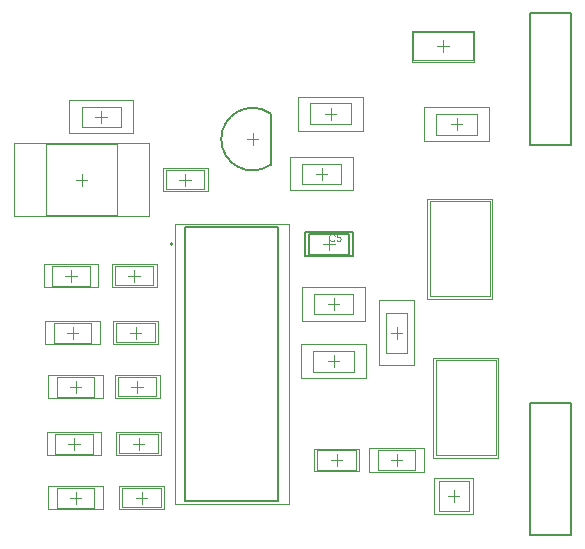
<source format=gbp>
G04*
G04 #@! TF.GenerationSoftware,Altium Limited,Altium Designer,19.1.8 (144)*
G04*
G04 Layer_Color=128*
%FSLAX25Y25*%
%MOIN*%
G70*
G01*
G75*
%ADD11C,0.00787*%
%ADD12C,0.00500*%
%ADD15C,0.00394*%
%ADD16C,0.00197*%
G36*
X111249Y104800D02*
X111281Y104796D01*
X111321Y104793D01*
X111361Y104789D01*
X111409Y104778D01*
X111507Y104756D01*
X111616Y104724D01*
X111671Y104702D01*
X111722Y104676D01*
X111773Y104643D01*
X111824Y104611D01*
X111827Y104607D01*
X111835Y104603D01*
X111849Y104593D01*
X111867Y104574D01*
X111885Y104556D01*
X111911Y104531D01*
X111936Y104501D01*
X111966Y104472D01*
X111995Y104436D01*
X112024Y104392D01*
X112057Y104349D01*
X112086Y104301D01*
X112111Y104247D01*
X112140Y104192D01*
X112162Y104134D01*
X112184Y104068D01*
X111856Y103992D01*
Y103996D01*
X111853Y104003D01*
X111845Y104017D01*
X111838Y104036D01*
X111831Y104057D01*
X111820Y104087D01*
X111791Y104145D01*
X111754Y104210D01*
X111711Y104276D01*
X111656Y104338D01*
X111598Y104392D01*
X111591Y104400D01*
X111569Y104414D01*
X111532Y104432D01*
X111485Y104458D01*
X111423Y104480D01*
X111354Y104501D01*
X111270Y104516D01*
X111179Y104520D01*
X111150D01*
X111132Y104516D01*
X111107D01*
X111077Y104512D01*
X111008Y104501D01*
X110932Y104487D01*
X110852Y104462D01*
X110768Y104425D01*
X110692Y104378D01*
X110688D01*
X110684Y104370D01*
X110659Y104352D01*
X110626Y104323D01*
X110586Y104279D01*
X110539Y104225D01*
X110495Y104163D01*
X110455Y104087D01*
X110419Y104003D01*
Y103999D01*
X110415Y103992D01*
X110411Y103981D01*
X110408Y103963D01*
X110400Y103941D01*
X110393Y103916D01*
X110382Y103854D01*
X110368Y103781D01*
X110353Y103701D01*
X110346Y103613D01*
X110342Y103519D01*
Y103515D01*
Y103504D01*
Y103486D01*
Y103464D01*
X110346Y103439D01*
Y103406D01*
X110349Y103369D01*
X110353Y103329D01*
X110364Y103242D01*
X110382Y103147D01*
X110404Y103053D01*
X110433Y102958D01*
Y102954D01*
X110437Y102947D01*
X110444Y102936D01*
X110451Y102918D01*
X110473Y102874D01*
X110506Y102823D01*
X110546Y102765D01*
X110597Y102703D01*
X110655Y102649D01*
X110724Y102598D01*
X110728D01*
X110735Y102594D01*
X110746Y102587D01*
X110761Y102580D01*
X110779Y102572D01*
X110801Y102561D01*
X110852Y102540D01*
X110917Y102518D01*
X110990Y102499D01*
X111070Y102485D01*
X111154Y102481D01*
X111179D01*
X111201Y102485D01*
X111227D01*
X111252Y102489D01*
X111318Y102503D01*
X111394Y102521D01*
X111470Y102550D01*
X111551Y102591D01*
X111591Y102612D01*
X111627Y102641D01*
X111631Y102645D01*
X111634Y102649D01*
X111645Y102660D01*
X111660Y102671D01*
X111674Y102689D01*
X111693Y102711D01*
X111714Y102733D01*
X111733Y102762D01*
X111754Y102794D01*
X111780Y102831D01*
X111802Y102867D01*
X111824Y102911D01*
X111842Y102958D01*
X111860Y103009D01*
X111878Y103064D01*
X111893Y103122D01*
X112228Y103038D01*
Y103035D01*
X112224Y103020D01*
X112217Y102998D01*
X112206Y102969D01*
X112195Y102936D01*
X112180Y102896D01*
X112162Y102853D01*
X112140Y102805D01*
X112089Y102703D01*
X112024Y102601D01*
X111984Y102550D01*
X111944Y102499D01*
X111900Y102456D01*
X111849Y102412D01*
X111845Y102409D01*
X111838Y102401D01*
X111820Y102394D01*
X111802Y102379D01*
X111773Y102361D01*
X111743Y102343D01*
X111704Y102325D01*
X111663Y102307D01*
X111616Y102285D01*
X111565Y102267D01*
X111511Y102248D01*
X111452Y102230D01*
X111390Y102216D01*
X111325Y102208D01*
X111256Y102201D01*
X111183Y102197D01*
X111143D01*
X111114Y102201D01*
X111081D01*
X111041Y102205D01*
X110997Y102212D01*
X110946Y102219D01*
X110841Y102237D01*
X110732Y102267D01*
X110622Y102307D01*
X110571Y102332D01*
X110521Y102361D01*
X110517Y102365D01*
X110510Y102368D01*
X110495Y102379D01*
X110480Y102394D01*
X110459Y102409D01*
X110433Y102430D01*
X110404Y102456D01*
X110375Y102485D01*
X110346Y102518D01*
X110313Y102550D01*
X110248Y102634D01*
X110186Y102733D01*
X110131Y102842D01*
Y102845D01*
X110124Y102856D01*
X110120Y102874D01*
X110109Y102896D01*
X110102Y102925D01*
X110091Y102962D01*
X110076Y103002D01*
X110065Y103045D01*
X110055Y103093D01*
X110040Y103147D01*
X110022Y103260D01*
X110007Y103388D01*
X110000Y103519D01*
Y103522D01*
Y103537D01*
Y103559D01*
X110004Y103584D01*
Y103621D01*
X110007Y103657D01*
X110011Y103704D01*
X110018Y103752D01*
X110036Y103857D01*
X110062Y103974D01*
X110098Y104090D01*
X110149Y104203D01*
X110153Y104207D01*
X110157Y104218D01*
X110164Y104232D01*
X110178Y104250D01*
X110193Y104276D01*
X110211Y104305D01*
X110258Y104370D01*
X110320Y104443D01*
X110393Y104516D01*
X110477Y104589D01*
X110575Y104651D01*
X110579Y104654D01*
X110590Y104658D01*
X110604Y104665D01*
X110622Y104676D01*
X110652Y104687D01*
X110681Y104698D01*
X110717Y104713D01*
X110757Y104727D01*
X110801Y104742D01*
X110848Y104756D01*
X110950Y104778D01*
X111066Y104796D01*
X111187Y104804D01*
X111223D01*
X111249Y104800D01*
D02*
G37*
G36*
X114062Y104432D02*
X113054D01*
X112919Y103752D01*
X112923Y103755D01*
X112930Y103759D01*
X112941Y103766D01*
X112959Y103777D01*
X112981Y103788D01*
X113007Y103803D01*
X113065Y103832D01*
X113138Y103861D01*
X113218Y103886D01*
X113305Y103904D01*
X113349Y103912D01*
X113429D01*
X113451Y103908D01*
X113480Y103904D01*
X113513Y103901D01*
X113549Y103894D01*
X113589Y103883D01*
X113676Y103857D01*
X113724Y103839D01*
X113771Y103814D01*
X113818Y103788D01*
X113866Y103759D01*
X113909Y103723D01*
X113953Y103682D01*
X113957Y103679D01*
X113964Y103672D01*
X113975Y103661D01*
X113989Y103642D01*
X114008Y103617D01*
X114026Y103592D01*
X114048Y103559D01*
X114069Y103522D01*
X114088Y103482D01*
X114110Y103439D01*
X114128Y103388D01*
X114146Y103337D01*
X114161Y103282D01*
X114171Y103220D01*
X114179Y103158D01*
X114182Y103093D01*
Y103089D01*
Y103078D01*
Y103060D01*
X114179Y103035D01*
X114175Y103006D01*
X114171Y102973D01*
X114164Y102933D01*
X114157Y102893D01*
X114135Y102798D01*
X114099Y102700D01*
X114077Y102649D01*
X114048Y102601D01*
X114018Y102550D01*
X113982Y102503D01*
X113979Y102499D01*
X113971Y102489D01*
X113957Y102474D01*
X113938Y102456D01*
X113913Y102434D01*
X113884Y102405D01*
X113847Y102379D01*
X113807Y102350D01*
X113764Y102321D01*
X113713Y102296D01*
X113658Y102270D01*
X113600Y102245D01*
X113538Y102226D01*
X113469Y102212D01*
X113396Y102201D01*
X113320Y102197D01*
X113287D01*
X113261Y102201D01*
X113232Y102205D01*
X113199Y102208D01*
X113160Y102212D01*
X113119Y102223D01*
X113028Y102245D01*
X112937Y102278D01*
X112890Y102299D01*
X112843Y102325D01*
X112799Y102354D01*
X112755Y102387D01*
X112752Y102390D01*
X112744Y102394D01*
X112737Y102409D01*
X112723Y102423D01*
X112705Y102441D01*
X112686Y102463D01*
X112664Y102492D01*
X112646Y102525D01*
X112624Y102558D01*
X112602Y102598D01*
X112563Y102685D01*
X112530Y102787D01*
X112519Y102842D01*
X112512Y102900D01*
X112836Y102925D01*
Y102922D01*
Y102915D01*
X112839Y102903D01*
X112843Y102885D01*
X112854Y102845D01*
X112868Y102791D01*
X112890Y102736D01*
X112919Y102674D01*
X112956Y102620D01*
X112999Y102569D01*
X113007Y102565D01*
X113021Y102550D01*
X113050Y102532D01*
X113090Y102510D01*
X113134Y102489D01*
X113189Y102470D01*
X113251Y102456D01*
X113320Y102452D01*
X113341D01*
X113356Y102456D01*
X113400Y102460D01*
X113451Y102474D01*
X113513Y102492D01*
X113574Y102521D01*
X113640Y102565D01*
X113669Y102591D01*
X113698Y102620D01*
X113702Y102623D01*
X113706Y102627D01*
X113713Y102638D01*
X113724Y102649D01*
X113749Y102689D01*
X113778Y102740D01*
X113804Y102802D01*
X113829Y102878D01*
X113847Y102969D01*
X113855Y103016D01*
Y103067D01*
Y103071D01*
Y103078D01*
Y103093D01*
X113851Y103111D01*
Y103133D01*
X113847Y103158D01*
X113837Y103217D01*
X113818Y103286D01*
X113793Y103355D01*
X113756Y103420D01*
X113706Y103482D01*
Y103486D01*
X113698Y103490D01*
X113680Y103508D01*
X113647Y103533D01*
X113603Y103562D01*
X113545Y103588D01*
X113480Y103613D01*
X113403Y103631D01*
X113360Y103639D01*
X113291D01*
X113261Y103635D01*
X113225Y103631D01*
X113181Y103621D01*
X113138Y103610D01*
X113090Y103592D01*
X113043Y103570D01*
X113039Y103566D01*
X113025Y103559D01*
X113003Y103541D01*
X112974Y103522D01*
X112945Y103497D01*
X112916Y103464D01*
X112883Y103431D01*
X112857Y103391D01*
X112566Y103431D01*
X112810Y104727D01*
X114062D01*
Y104432D01*
D02*
G37*
D11*
X103307Y97957D02*
Y105043D01*
Y97957D02*
X116693D01*
Y105043D01*
X103307D02*
X116693D01*
X102126Y97563D02*
Y105437D01*
Y97563D02*
X117874D01*
Y105437D01*
X102126D02*
X117874D01*
X57913Y101500D02*
G03*
X57913Y101500I-394J0D01*
G01*
D02*
G03*
X57913Y101500I-394J0D01*
G01*
X102126Y97563D02*
Y105437D01*
Y97563D02*
X117874D01*
Y105437D01*
X102126D02*
X117874D01*
X90484Y145046D02*
G03*
X90484Y127954I-5984J-8546D01*
G01*
Y145046D01*
D12*
X177000Y134500D02*
X190500D01*
X177000D02*
Y178500D01*
X190500D01*
Y134500D02*
Y178500D01*
Y4500D02*
Y48500D01*
X177000D02*
X190500D01*
X177000Y4500D02*
Y48500D01*
Y4500D02*
X190500D01*
X62008Y107248D02*
X92992D01*
X62008Y15752D02*
X92992D01*
X62008D02*
Y107248D01*
X92992Y15752D02*
Y107248D01*
X62008D02*
X92992D01*
X62008Y15752D02*
X92992D01*
X62008D02*
Y107248D01*
X92992Y15752D02*
Y107248D01*
X177000Y134500D02*
X190500D01*
X177000D02*
Y178500D01*
X190500D01*
Y134500D02*
Y136500D01*
Y176500D02*
Y178500D01*
Y46500D02*
Y48500D01*
Y4500D02*
Y6500D01*
X177000Y48500D02*
X190500D01*
X177000Y4500D02*
Y48500D01*
Y4500D02*
X190500D01*
D15*
X145500Y62748D02*
X165500D01*
Y31252D02*
Y62748D01*
X145500Y31252D02*
X165500D01*
X145500D02*
Y62748D01*
X138000Y162756D02*
Y172244D01*
X158000D01*
Y162756D02*
Y172244D01*
X138000Y162756D02*
X158000D01*
X143500Y115748D02*
X163500D01*
Y84252D02*
Y115748D01*
X143500Y84252D02*
X163500D01*
X143500D02*
Y115748D01*
X118193Y58957D02*
Y66043D01*
X104807Y58957D02*
Y66043D01*
Y58957D02*
X118193D01*
X104807Y66043D02*
X118193D01*
X146500Y12500D02*
Y22500D01*
Y12500D02*
X156500D01*
Y22500D01*
X146500D02*
X156500D01*
X17701Y87653D02*
Y94346D01*
X30299Y87653D02*
Y94346D01*
X17701D02*
X30299D01*
X17701Y87653D02*
X30299D01*
X18201Y68654D02*
Y75346D01*
X30799Y68654D02*
Y75346D01*
X18201D02*
X30799D01*
X18201Y68654D02*
X30799D01*
X19201Y50654D02*
Y57346D01*
X31799Y50654D02*
Y57346D01*
X19201D02*
X31799D01*
X19201Y50654D02*
X31799D01*
X18701Y31654D02*
Y38346D01*
X31299Y31654D02*
Y38346D01*
X18701D02*
X31299D01*
X18701Y31654D02*
X31299D01*
X138799Y26153D02*
Y32846D01*
X126201Y26153D02*
Y32846D01*
Y26153D02*
X138799D01*
X126201Y32846D02*
X138799D01*
X19201Y13654D02*
Y20346D01*
X31799Y13654D02*
Y20346D01*
X19201D02*
X31799D01*
X19201Y13654D02*
X31799D01*
X40496Y140654D02*
Y147346D01*
X27504Y140654D02*
Y147346D01*
Y140654D02*
X40496D01*
X27504Y147346D02*
X40496D01*
X145807Y137957D02*
Y145043D01*
X159193Y137957D02*
Y145043D01*
X145807D02*
X159193D01*
X145807Y137957D02*
X159193D01*
X101004Y121653D02*
Y128347D01*
X113996Y121653D02*
Y128347D01*
X101004D02*
X113996D01*
X101004Y121653D02*
X113996D01*
X117193Y141457D02*
Y148543D01*
X103807Y141457D02*
Y148543D01*
Y141457D02*
X117193D01*
X103807Y148543D02*
X117193D01*
X128957Y78693D02*
X136043D01*
X128957Y65307D02*
X136043D01*
Y78693D01*
X128957Y65307D02*
Y78693D01*
X15689Y134811D02*
X39311D01*
Y111189D02*
Y134811D01*
X15689Y111189D02*
Y134811D01*
Y111189D02*
X39311D01*
X105004Y78055D02*
Y84945D01*
X117996Y78055D02*
Y84945D01*
X105004D02*
X117996D01*
X105004Y78055D02*
X117996D01*
X38602Y87752D02*
Y94248D01*
X51398Y87752D02*
Y94248D01*
X38602D02*
X51398D01*
X38602Y87752D02*
X51398D01*
X39102Y68752D02*
Y75248D01*
X51898Y68752D02*
Y75248D01*
X39102D02*
X51898D01*
X39102Y68752D02*
X51898D01*
X39602Y50752D02*
Y57248D01*
X52398Y50752D02*
Y57248D01*
X39602D02*
X52398D01*
X39602Y50752D02*
X52398D01*
X68398Y119752D02*
Y126248D01*
X55602Y119752D02*
Y126248D01*
Y119752D02*
X68398D01*
X55602Y126248D02*
X68398D01*
X40102Y31752D02*
Y38248D01*
X52898Y31752D02*
Y38248D01*
X40102D02*
X52898D01*
X40102Y31752D02*
X52898D01*
X106102Y26252D02*
Y32748D01*
X118898Y26252D02*
Y32748D01*
X106102D02*
X118898D01*
X106102Y26252D02*
X118898D01*
X41102Y13752D02*
Y20248D01*
X53898Y13752D02*
Y20248D01*
X41102D02*
X53898D01*
X41102Y13752D02*
X53898D01*
X148000Y165532D02*
Y169468D01*
X146031Y167500D02*
X149969D01*
X109531Y62500D02*
X113469D01*
X111500Y60532D02*
Y64468D01*
X14945Y87063D02*
Y94937D01*
X33055Y87063D02*
Y94937D01*
X14945D02*
X33055D01*
X14945Y87063D02*
X33055D01*
X22031Y91000D02*
X25969D01*
X24000Y89031D02*
Y92968D01*
X15445Y68063D02*
Y75937D01*
X33555Y68063D02*
Y75937D01*
X15445D02*
X33555D01*
X15445Y68063D02*
X33555D01*
X22532Y72000D02*
X26469D01*
X24500Y70031D02*
Y73968D01*
X16445Y50063D02*
Y57937D01*
X34555Y50063D02*
Y57937D01*
X16445D02*
X34555D01*
X16445Y50063D02*
X34555D01*
X23531Y54000D02*
X27468D01*
X25500Y52031D02*
Y55968D01*
X15945Y31063D02*
Y38937D01*
X34055Y31063D02*
Y38937D01*
X15945D02*
X34055D01*
X15945Y31063D02*
X34055D01*
X23031Y35000D02*
X26969D01*
X25000Y33031D02*
Y36968D01*
X141555Y25563D02*
Y33437D01*
X123445Y25563D02*
Y33437D01*
Y25563D02*
X141555D01*
X123445Y33437D02*
X141555D01*
X130532Y29500D02*
X134468D01*
X132500Y27531D02*
Y31468D01*
X16445Y13063D02*
Y20937D01*
X34555Y13063D02*
Y20937D01*
X16445D02*
X34555D01*
X16445Y13063D02*
X34555D01*
X23531Y17000D02*
X27468D01*
X25500Y15032D02*
Y18969D01*
X84500Y134531D02*
Y138469D01*
X82531Y136500D02*
X86468D01*
X32032Y144000D02*
X35969D01*
X34000Y142032D02*
Y145968D01*
X150531Y141500D02*
X154469D01*
X152500Y139532D02*
Y143468D01*
X105532Y125000D02*
X109468D01*
X107500Y123031D02*
Y126969D01*
X108531Y145000D02*
X112469D01*
X110500Y143032D02*
Y146968D01*
X132500Y70031D02*
Y73968D01*
X130532Y72000D02*
X134468D01*
X27500Y121031D02*
Y124969D01*
X25532Y123000D02*
X29469D01*
X109531Y81500D02*
X113469D01*
X111500Y79532D02*
Y83469D01*
X43031Y91000D02*
X46968D01*
X45000Y89031D02*
Y92968D01*
X43532Y72000D02*
X47469D01*
X45500Y70031D02*
Y73968D01*
X44032Y54000D02*
X47969D01*
X46000Y52031D02*
Y55968D01*
X60031Y123000D02*
X63968D01*
X62000Y121031D02*
Y124969D01*
X44532Y35000D02*
X48469D01*
X46500Y33031D02*
Y36968D01*
X110531Y29500D02*
X114469D01*
X112500Y27531D02*
Y31468D01*
X45531Y17000D02*
X49468D01*
X47500Y15032D02*
Y18969D01*
X110000Y99532D02*
Y103469D01*
X108031Y101500D02*
X111969D01*
D16*
X144614Y63634D02*
X166386D01*
Y30366D02*
Y63634D01*
X144614Y30366D02*
X166386D01*
X144614D02*
Y63634D01*
X137606Y162362D02*
Y172638D01*
X158394D01*
Y162362D02*
Y172638D01*
X137606Y162362D02*
X158394D01*
X142614Y116634D02*
X164386D01*
Y83366D02*
Y116634D01*
X142614Y83366D02*
X164386D01*
X142614D02*
Y116634D01*
X122327Y56791D02*
Y68209D01*
X100673Y56791D02*
Y68209D01*
Y56791D02*
X122327D01*
X100673Y68209D02*
X122327D01*
X145122Y11417D02*
Y23583D01*
Y11417D02*
X157878D01*
Y23583D01*
X145122D02*
X157878D01*
X151500Y15531D02*
Y19468D01*
X149531Y17500D02*
X153469D01*
X44630Y138488D02*
Y149512D01*
X23370Y138488D02*
Y149512D01*
Y138488D02*
X44630D01*
X23370Y149512D02*
X44630D01*
X141673Y135791D02*
Y147209D01*
X163327Y135791D02*
Y147209D01*
X141673D02*
X163327D01*
X141673Y135791D02*
X163327D01*
X96870Y119488D02*
Y130512D01*
X118130Y119488D02*
Y130512D01*
X96870D02*
X118130D01*
X96870Y119488D02*
X118130D01*
X121327Y139291D02*
Y150709D01*
X99673Y139291D02*
Y150709D01*
Y139291D02*
X121327D01*
X99673Y150709D02*
X121327D01*
X126791Y82827D02*
X138209D01*
X126791Y61173D02*
X138209D01*
Y82827D01*
X126791Y61173D02*
Y82827D01*
X5059Y110795D02*
Y135205D01*
Y110795D02*
X49941D01*
X5059Y135205D02*
X49941D01*
Y110795D02*
Y135205D01*
X100870Y75791D02*
Y87209D01*
X122130Y75791D02*
Y87209D01*
X100870D02*
X122130D01*
X100870Y75791D02*
X122130D01*
X37520Y87260D02*
Y94740D01*
X52480Y87260D02*
Y94740D01*
X37520D02*
X52480D01*
X37520Y87260D02*
X52480D01*
X38020Y68260D02*
Y75740D01*
X52980Y68260D02*
Y75740D01*
X38020D02*
X52980D01*
X38020Y68260D02*
X52980D01*
X38520Y50260D02*
Y57740D01*
X53480Y50260D02*
Y57740D01*
X38520D02*
X53480D01*
X38520Y50260D02*
X53480D01*
X69480Y119260D02*
Y126740D01*
X54520Y119260D02*
Y126740D01*
Y119260D02*
X69480D01*
X54520Y126740D02*
X69480D01*
X39020Y31260D02*
Y38740D01*
X53980Y31260D02*
Y38740D01*
X39020D02*
X53980D01*
X39020Y31260D02*
X53980D01*
X105020Y25760D02*
Y33240D01*
X119980Y25760D02*
Y33240D01*
X105020D02*
X119980D01*
X105020Y25760D02*
X119980D01*
X40020Y13260D02*
Y20740D01*
X54980Y13260D02*
Y20740D01*
X40020D02*
X54980D01*
X40020Y13260D02*
X54980D01*
X58504Y108232D02*
X96496D01*
X58504Y14768D02*
X96496D01*
Y108232D01*
X58504Y14768D02*
Y108232D01*
M02*

</source>
